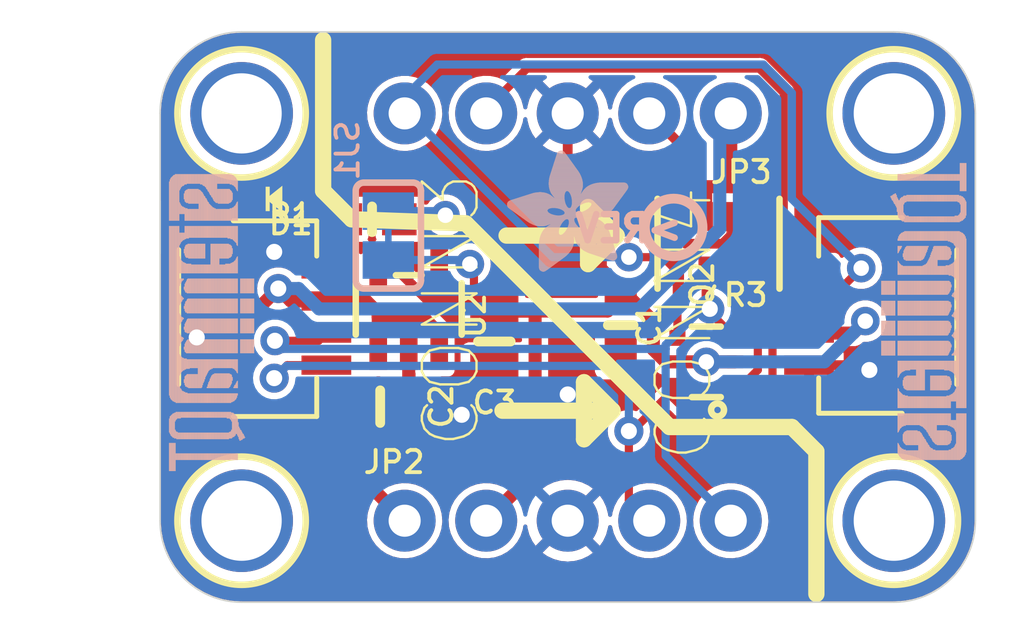
<source format=kicad_pcb>
(kicad_pcb (version 20211014) (generator pcbnew)
  (layers (0 "F.Cu" signal) (31 "B.Cu" signal) (34 "B.Paste" user) (35 "F.Paste" user) (36 "B.SilkS" user "B.Silkscreen") (37 "F.SilkS" user "F.Silkscreen") (38 "B.Mask" user) (39 "F.Mask" user) (44 "Edge.Cuts" user))
  (net 0 "")
  (net 1 "GND")
  (net 2 "SDA")
  (net 3 "SCL")
  (net 4 "SCL_3V")
  (net 5 "SDA_3V")
  (net 6 "3.3V")
  (net 7 "VCC")
  (net 8 "N$1")
  (net 9 "N$2")
  (footprint "eagleBoard:PLABEL10" (layer "F.Cu") (at 142.7861 96.8756 180)
    (fp_text reference "PLABEL10" hide)
    (fp_text value "" hide)
  )
  (footprint "eagleBoard:PLABEL4" (layer "F.Cu") (at 154.4701 113.0046)
    (fp_text reference "PLABEL4" hide)
    (fp_text value "" hide)
  )
  (footprint "eagleBoard:PLABEL5" (layer "F.Cu") (at 136.0551 101.4476)
    (fp_text reference "PLABEL5" hide)
    (fp_text value "" hide)
  )
  (footprint "eagleBoard:MOUNTINGHOLE_2.5_PLATED" (layer "F.Cu") (at 138.3411 98.6536)
    (fp_text reference "U$1" hide)
    (fp_text value "MOUNTINGHOLE2.5" hide)
    (pad "P$1" thru_hole circle (at 0 0) (size 3.2 3.2) (drill 2.5) (layers *.Cu *.Mask))
    (zone (net 0) (net_name "") (layer "F.Cu") (connect_pads (clearance 0)) (min_thickness 0.254)
      (keepout (tracks not_allowed) (vias not_allowed) (pads not_allowed) (copperpour not_allowed) (footprints allowed))
      (fill (thermal_gap 0.508) (thermal_bridge_width 0.508))
      (polygon (pts (xy 140.3571 98.6536) (xy 140.326472 98.303525) (xy 140.23552 97.964087) (xy 140.087007 97.6456) (xy 139.885446 97.35774) (xy 139.63696 97.109254) (xy 139.3491 96.907693) (xy 139.030613 96.75918) (xy 138.691175 96.668228) (xy 138.3411 96.6376) (xy 137.991025 96.668228) (xy 137.651587 96.75918) (xy 137.3331 96.907693) (xy 137.04524 97.109254) (xy 136.796754 97.35774) (xy 136.595193 97.6456) (xy 136.44668 97.964087) (xy 136.355728 98.303525) (xy 136.3251 98.6536) (xy 136.355728 99.003675) (xy 136.44668 99.343113) (xy 136.595193 99.6616) (xy 136.796754 99.94946) (xy 137.04524 100.197946) (xy 137.3331 100.399507) (xy 137.651587 100.54802) (xy 137.991025 100.638972) (xy 138.3411 100.6696) (xy 138.691175 100.638972) (xy 139.030613 100.54802) (xy 139.3491 100.399507) (xy 139.63696 100.197946) (xy 139.885446 99.94946) (xy 140.087007 99.6616) (xy 140.23552 99.343113) (xy 140.326472 99.003675)))
      (polygon (pts (xy 138.3251 98.6536) (xy 138.325343 98.656378) (xy 138.326065 98.659072) (xy 138.327244 98.6616) (xy 138.328843 98.663885) (xy 138.330815 98.665857) (xy 138.3331 98.667456) (xy 138.335628 98.668635) (xy 138.338322 98.669357) (xy 138.3411 98.6696) (xy 138.343878 98.669357) (xy 138.346572 98.668635) (xy 138.3491 98.667456) (xy 138.351385 98.665857) (xy 138.353357 98.663885) (xy 138.354956 98.6616) (xy 138.356135 98.659072) (xy 138.356857 98.656378) (xy 138.3571 98.6536) (xy 138.356857 98.650822) (xy 138.356135 98.648128) (xy 138.354956 98.6456) (xy 138.353357 98.643315) (xy 138.351385 98.641343) (xy 138.3491 98.639744) (xy 138.346572 98.638565) (xy 138.343878 98.637843) (xy 138.3411 98.6376) (xy 138.338322 98.637843) (xy 138.335628 98.638565) (xy 138.3331 98.639744) (xy 138.330815 98.641343) (xy 138.328843 98.643315) (xy 138.327244 98.6456) (xy 138.326065 98.648128) (xy 138.325343 98.650822)))
    )
    (zone (net 0) (net_name "") (layer "B.Cu") (connect_pads (clearance 0)) (min_thickness 0.254)
      (keepout (tracks not_allowed) (vias not_allowed) (pads not_allowed) (copperpour not_allowed) (footprints allowed))
      (fill (thermal_gap 0.508) (thermal_bridge_width 0.508))
      (polygon (pts (xy 140.3571 98.6536) (xy 140.326472 98.303525) (xy 140.23552 97.964087) (xy 140.087007 97.6456) (xy 139.885446 97.35774) (xy 139.63696 97.109254) (xy 139.3491 96.907693) (xy 139.030613 96.75918) (xy 138.691175 96.668228) (xy 138.3411 96.6376) (xy 137.991025 96.668228) (xy 137.651587 96.75918) (xy 137.3331 96.907693) (xy 137.04524 97.109254) (xy 136.796754 97.35774) (xy 136.595193 97.6456) (xy 136.44668 97.964087) (xy 136.355728 98.303525) (xy 136.3251 98.6536) (xy 136.355728 99.003675) (xy 136.44668 99.343113) (xy 136.595193 99.6616) (xy 136.796754 99.94946) (xy 137.04524 100.197946) (xy 137.3331 100.399507) (xy 137.651587 100.54802) (xy 137.991025 100.638972) (xy 138.3411 100.6696) (xy 138.691175 100.638972) (xy 139.030613 100.54802) (xy 139.3491 100.399507) (xy 139.63696 100.197946) (xy 139.885446 99.94946) (xy 140.087007 99.6616) (xy 140.23552 99.343113) (xy 140.326472 99.003675)))
      (polygon (pts (xy 138.3251 98.6536) (xy 138.325343 98.656378) (xy 138.326065 98.659072) (xy 138.327244 98.6616) (xy 138.328843 98.663885) (xy 138.330815 98.665857) (xy 138.3331 98.667456) (xy 138.335628 98.668635) (xy 138.338322 98.669357) (xy 138.3411 98.6696) (xy 138.343878 98.669357) (xy 138.346572 98.668635) (xy 138.3491 98.667456) (xy 138.351385 98.665857) (xy 138.353357 98.663885) (xy 138.354956 98.6616) (xy 138.356135 98.659072) (xy 138.356857 98.656378) (xy 138.3571 98.6536) (xy 138.356857 98.650822) (xy 138.356135 98.648128) (xy 138.354956 98.6456) (xy 138.353357 98.643315) (xy 138.351385 98.641343) (xy 138.3491 98.639744) (xy 138.346572 98.638565) (xy 138.343878 98.637843) (xy 138.3411 98.6376) (xy 138.338322 98.637843) (xy 138.335628 98.638565) (xy 138.3331 98.639744) (xy 138.330815 98.641343) (xy 138.328843 98.643315) (xy 138.327244 98.6456) (xy 138.326065 98.648128) (xy 138.325343 98.650822)))
    )
  )
  (footprint "eagleBoard:0603-NO" (layer "F.Cu") (at 142.4051 101.9556 180)
    (fp_text reference "R1" (at 1.778 0.127) (layer "F.SilkS") (effects (font (size 0.692831 0.692831) (thickness 0.119969)) (justify right)))
    (fp_text value "10K")
    (pad "1" smd rect (at -0.85 0 180) (size 1.075 1) (layers "F.Cu" "F.Paste" "F.Mask") (net 9 "N$2"))
    (pad "2" smd rect (at 0.85 0 180) (size 1.075 1) (layers "F.Cu" "F.Paste" "F.Mask") (net 8 "N$1"))
  )
  (footprint "eagleBoard:PLABEL7" (layer "F.Cu") (at 151.0411 96.8756 180)
    (fp_text reference "PLABEL7" hide)
    (fp_text value "" hide)
  )
  (footprint "eagleBoard:0603-NO" (layer "F.Cu") (at 150.1521 105.2576 -90)
    (fp_text reference "C1" (at -0.762 -0.889 90) (layer "F.SilkS") (effects (font (size 0.692831 0.692831) (thickness 0.119969)) (justify right)))
    (fp_text value "0.1uF")
    (pad "1" smd rect (at -0.85 0 270) (size 1.075 1) (layers "F.Cu" "F.Paste" "F.Mask") (net 6 "3.3V"))
    (pad "2" smd rect (at 0.85 0 270) (size 1.075 1) (layers "F.Cu" "F.Paste" "F.Mask") (net 1 "GND"))
  )
  (footprint "eagleBoard:MOUNTINGHOLE_2.5_PLATED" (layer "F.Cu") (at 158.6611 111.3536)
    (fp_text reference "U$21" hide)
    (fp_text value "MOUNTINGHOLE2.5" hide)
    (pad "P$1" thru_hole circle (at 0 0) (size 3.2 3.2) (drill 2.5) (layers *.Cu *.Mask))
    (zone (net 0) (net_name "") (layer "F.Cu") (connect_pads (clearance 0)) (min_thickness 0.254)
      (keepout (tracks not_allowed) (vias not_allowed) (pads not_allowed) (copperpour not_allowed) (footprints allowed))
      (fill (thermal_gap 0.508) (thermal_bridge_width 0.508))
      (polygon (pts (xy 160.6771 111.3536) (xy 160.646472 111.003525) (xy 160.55552 110.664087) (xy 160.407007 110.3456) (xy 160.205446 110.05774) (xy 159.95696 109.809254) (xy 159.6691 109.607693) (xy 159.350613 109.45918) (xy 159.011175 109.368228) (xy 158.6611 109.3376) (xy 158.311025 109.368228) (xy 157.971587 109.45918) (xy 157.6531 109.607693) (xy 157.36524 109.809254) (xy 157.116754 110.05774) (xy 156.915193 110.3456) (xy 156.76668 110.664087) (xy 156.675728 111.003525) (xy 156.6451 111.3536) (xy 156.675728 111.703675) (xy 156.76668 112.043113) (xy 156.915193 112.3616) (xy 157.116754 112.64946) (xy 157.36524 112.897946) (xy 157.6531 113.099507) (xy 157.971587 113.24802) (xy 158.311025 113.338972) (xy 158.6611 113.3696) (xy 159.011175 113.338972) (xy 159.350613 113.24802) (xy 159.6691 113.099507) (xy 159.95696 112.897946) (xy 160.205446 112.64946) (xy 160.407007 112.3616) (xy 160.55552 112.043113) (xy 160.646472 111.703675)))
      (polygon (pts (xy 158.6451 111.3536) (xy 158.645343 111.356378) (xy 158.646065 111.359072) (xy 158.647244 111.3616) (xy 158.648843 111.363885) (xy 158.650815 111.365857) (xy 158.6531 111.367456) (xy 158.655628 111.368635) (xy 158.658322 111.369357) (xy 158.6611 111.3696) (xy 158.663878 111.369357) (xy 158.666572 111.368635) (xy 158.6691 111.367456) (xy 158.671385 111.365857) (xy 158.673357 111.363885) (xy 158.674956 111.3616) (xy 158.676135 111.359072) (xy 158.676857 111.356378) (xy 158.6771 111.3536) (xy 158.676857 111.350822) (xy 158.676135 111.348128) (xy 158.674956 111.3456) (xy 158.673357 111.343315) (xy 158.671385 111.341343) (xy 158.6691 111.339744) (xy 158.666572 111.338565) (xy 158.663878 111.337843) (xy 158.6611 111.3376) (xy 158.658322 111.337843) (xy 158.655628 111.338565) (xy 158.6531 111.339744) (xy 158.650815 111.341343) (xy 158.648843 111.343315) (xy 158.647244 111.3456) (xy 158.646065 111.348128) (xy 158.645343 111.350822)))
    )
    (zone (net 0) (net_name "") (layer "B.Cu") (connect_pads (clearance 0)) (min_thickness 0.254)
      (keepout (tracks not_allowed) (vias not_allowed) (pads not_allowed) (copperpour not_allowed) (footprints allowed))
      (fill (thermal_gap 0.508) (thermal_bridge_width 0.508))
      (polygon (pts (xy 160.6771 111.3536) (xy 160.646472 111.003525) (xy 160.55552 110.664087) (xy 160.407007 110.3456) (xy 160.205446 110.05774) (xy 159.95696 109.809254) (xy 159.6691 109.607693) (xy 159.350613 109.45918) (xy 159.011175 109.368228) (xy 158.6611 109.3376) (xy 158.311025 109.368228) (xy 157.971587 109.45918) (xy 157.6531 109.607693) (xy 157.36524 109.809254) (xy 157.116754 110.05774) (xy 156.915193 110.3456) (xy 156.76668 110.664087) (xy 156.675728 111.003525) (xy 156.6451 111.3536) (xy 156.675728 111.703675) (xy 156.76668 112.043113) (xy 156.915193 112.3616) (xy 157.116754 112.64946) (xy 157.36524 112.897946) (xy 157.6531 113.099507) (xy 157.971587 113.24802) (xy 158.311025 113.338972) (xy 158.6611 113.3696) (xy 159.011175 113.338972) (xy 159.350613 113.24802) (xy 159.6691 113.099507) (xy 159.95696 112.897946) (xy 160.205446 112.64946) (xy 160.407007 112.3616) (xy 160.55552 112.043113) (xy 160.646472 111.703675)))
      (polygon (pts (xy 158.6451 111.3536) (xy 158.645343 111.356378) (xy 158.646065 111.359072) (xy 158.647244 111.3616) (xy 158.648843 111.363885) (xy 158.650815 111.365857) (xy 158.6531 111.367456) (xy 158.655628 111.368635) (xy 158.658322 111.369357) (xy 158.6611 111.3696) (xy 158.663878 111.369357) (xy 158.666572 111.368635) (xy 158.6691 111.367456) (xy 158.671385 111.365857) (xy 158.673357 111.363885) (xy 158.674956 111.3616) (xy 158.676135 111.359072) (xy 158.676857 111.356378) (xy 158.6771 111.3536) (xy 158.676857 111.350822) (xy 158.676135 111.348128) (xy 158.674956 111.3456) (xy 158.673357 111.343315) (xy 158.671385 111.341343) (xy 158.6691 111.339744) (xy 158.666572 111.338565) (xy 158.663878 111.337843) (xy 158.6611 111.3376) (xy 158.658322 111.337843) (xy 158.655628 111.338565) (xy 158.6531 111.339744) (xy 158.650815 111.341343) (xy 158.648843 111.343315) (xy 158.647244 111.3456) (xy 158.646065 111.348128) (xy 158.645343 111.350822)))
    )
  )
  (footprint "eagleBoard:MOUNTINGHOLE_2.5_PLATED" (layer "F.Cu") (at 138.3411 111.3536)
    (fp_text reference "U$19" hide)
    (fp_text value "MOUNTINGHOLE2.5" hide)
    (pad "P$1" thru_hole circle (at 0 0) (size 3.2 3.2) (drill 2.5) (layers *.Cu *.Mask))
    (zone (net 0) (net_name "") (layer "F.Cu") (connect_pads (clearance 0)) (min_thickness 0.254)
      (keepout (tracks not_allowed) (vias not_allowed) (pads not_allowed) (copperpour not_allowed) (footprints allowed))
      (fill (thermal_gap 0.508) (thermal_bridge_width 0.508))
      (polygon (pts (xy 140.3571 111.3536) (xy 140.326472 111.003525) (xy 140.23552 110.664087) (xy 140.087007 110.3456) (xy 139.885446 110.05774) (xy 139.63696 109.809254) (xy 139.3491 109.607693) (xy 139.030613 109.45918) (xy 138.691175 109.368228) (xy 138.3411 109.3376) (xy 137.991025 109.368228) (xy 137.651587 109.45918) (xy 137.3331 109.607693) (xy 137.04524 109.809254) (xy 136.796754 110.05774) (xy 136.595193 110.3456) (xy 136.44668 110.664087) (xy 136.355728 111.003525) (xy 136.3251 111.3536) (xy 136.355728 111.703675) (xy 136.44668 112.043113) (xy 136.595193 112.3616) (xy 136.796754 112.64946) (xy 137.04524 112.897946) (xy 137.3331 113.099507) (xy 137.651587 113.24802) (xy 137.991025 113.338972) (xy 138.3411 113.3696) (xy 138.691175 113.338972) (xy 139.030613 113.24802) (xy 139.3491 113.099507) (xy 139.63696 112.897946) (xy 139.885446 112.64946) (xy 140.087007 112.3616) (xy 140.23552 112.043113) (xy 140.326472 111.703675)))
      (polygon (pts (xy 138.3251 111.3536) (xy 138.325343 111.356378) (xy 138.326065 111.359072) (xy 138.327244 111.3616) (xy 138.328843 111.363885) (xy 138.330815 111.365857) (xy 138.3331 111.367456) (xy 138.335628 111.368635) (xy 138.338322 111.369357) (xy 138.3411 111.3696) (xy 138.343878 111.369357) (xy 138.346572 111.368635) (xy 138.3491 111.367456) (xy 138.351385 111.365857) (xy 138.353357 111.363885) (xy 138.354956 111.3616) (xy 138.356135 111.359072) (xy 138.356857 111.356378) (xy 138.3571 111.3536) (xy 138.356857 111.350822) (xy 138.356135 111.348128) (xy 138.354956 111.3456) (xy 138.353357 111.343315) (xy 138.351385 111.341343) (xy 138.3491 111.339744) (xy 138.346572 111.338565) (xy 138.343878 111.337843) (xy 138.3411 111.3376) (xy 138.338322 111.337843) (xy 138.335628 111.338565) (xy 138.3331 111.339744) (xy 138.330815 111.341343) (xy 138.328843 111.343315) (xy 138.327244 111.3456) (xy 138.326065 111.348128) (xy 138.325343 111.350822)))
    )
    (zone (net 0) (net_name "") (layer "B.Cu") (connect_pads (clearance 0)) (min_thickness 0.254)
      (keepout (tracks not_allowed) (vias not_allowed) (pads not_allowed) (copperpour not_allowed) (footprints allowed))
      (fill (thermal_gap 0.508) (thermal_bridge_width 0.508))
      (polygon (pts (xy 140.3571 111.3536) (xy 140.326472 111.003525) (xy 140.23552 110.664087) (xy 140.087007 110.3456) (xy 139.885446 110.05774) (xy 139.63696 109.809254) (xy 139.3491 109.607693) (xy 139.030613 109.45918) (xy 138.691175 109.368228) (xy 138.3411 109.3376) (xy 137.991025 109.368228) (xy 137.651587 109.45918) (xy 137.3331 109.607693) (xy 137.04524 109.809254) (xy 136.796754 110.05774) (xy 136.595193 110.3456) (xy 136.44668 110.664087) (xy 136.355728 111.003525) (xy 136.3251 111.3536) (xy 136.355728 111.703675) (xy 136.44668 112.043113) (xy 136.595193 112.3616) (xy 136.796754 112.64946) (xy 137.04524 112.897946) (xy 137.3331 113.099507) (xy 137.651587 113.24802) (xy 137.991025 113.338972) (xy 138.3411 113.3696) (xy 138.691175 113.338972) (xy 139.030613 113.24802) (xy 139.3491 113.099507) (xy 139.63696 112.897946) (xy 139.885446 112.64946) (xy 140.087007 112.3616) (xy 140.23552 112.043113) (xy 140.326472 111.703675)))
      (polygon (pts (xy 138.3251 111.3536) (xy 138.325343 111.356378) (xy 138.326065 111.359072) (xy 138.327244 111.3616) (xy 138.328843 111.363885) (xy 138.330815 111.365857) (xy 138.3331 111.367456) (xy 138.335628 111.368635) (xy 138.338322 111.369357) (xy 138.3411 111.3696) (xy 138.343878 111.369357) (xy 138.346572 111.368635) (xy 138.3491 111.367456) (xy 138.351385 111.365857) (xy 138.353357 111.363885) (xy 138.354956 111.3616) (xy 138.356135 111.359072) (xy 138.356857 111.356378) (xy 138.3571 111.3536) (xy 138.356857 111.350822) (xy 138.356135 111.348128) (xy 138.354956 111.3456) (xy 138.353357 111.343315) (xy 138.351385 111.341343) (xy 138.3491 111.339744) (xy 138.346572 111.338565) (xy 138.343878 111.337843) (xy 138.3411 111.3376) (xy 138.338322 111.337843) (xy 138.335628 111.338565) (xy 138.3331 111.339744) (xy 138.330815 111.341343) (xy 138.328843 111.343315) (xy 138.327244 111.3456) (xy 138.326065 111.348128) (xy 138.325343 111.350822)))
    )
  )
  (footprint "eagleBoard:0805-NO" (layer "F.Cu") (at 146.2151 105.7656 -90)
    (fp_text reference "C3" (at 1.905 -0.762) (layer "F.SilkS") (effects (font (size 0.692831 0.692831) (thickness 0.119969)) (justify right)))
    (fp_text value "10uF")
    (pad "1" smd rect (at -0.95 0 270) (size 1.24 1.5) (layers "F.Cu" "F.Paste" "F.Mask") (net 6 "3.3V"))
    (pad "2" smd rect (at 0.95 0 270) (size 1.24 1.5) (layers "F.Cu" "F.Paste" "F.Mask") (net 1 "GND"))
  )
  (footprint "eagleBoard:PLABEL2" (layer "F.Cu") (at 148.6281 113.0046)
    (fp_text reference "PLABEL2" hide)
    (fp_text value "" hide)
  )
  (footprint "eagleBoard:RESPACK_4X0603" (layer "F.Cu") (at 153.2001 102.7176 180)
    (fp_text reference "R3" (at -1.6 -1.6) (layer "F.SilkS") (effects (font (size 0.692831 0.692831) (thickness 0.119969)) (justify right)))
    (fp_text value "10K Pack")
    (pad "1" smd rect (at -1.3 0.85 180) (size 0.45 0.9) (layers "F.Cu" "F.Paste" "F.Mask") (net 7 "VCC"))
    (pad "2" smd rect (at -0.4 0.85 180) (size 0.45 0.9) (layers "F.Cu" "F.Paste" "F.Mask") (net 6 "3.3V"))
    (pad "3" smd rect (at 0.4 0.85 180) (size 0.45 0.9) (layers "F.Cu" "F.Paste" "F.Mask") (net 7 "VCC"))
    (pad "4" smd rect (at 1.3 0.85 180) (size 0.45 0.9) (layers "F.Cu" "F.Paste" "F.Mask") (net 6 "3.3V"))
    (pad "5" smd rect (at 1.3 -0.85 180) (size 0.45 0.9) (layers "F.Cu" "F.Paste" "F.Mask") (net 5 "SDA_3V"))
    (pad "6" smd rect (at 0.4 -0.85 180) (size 0.45 0.9) (layers "F.Cu" "F.Paste" "F.Mask") (net 2 "SDA"))
    (pad "7" smd rect (at -0.4 -0.85 180) (size 0.45 0.9) (layers "F.Cu" "F.Paste" "F.Mask") (net 4 "SCL_3V"))
    (pad "8" smd rect (at -1.3 -0.85 180) (size 0.45 0.9) (layers "F.Cu" "F.Paste" "F.Mask") (net 3 "SCL"))
  )
  (footprint "eagleBoard:FIDUCIAL_1MM" (layer "F.Cu") (at 159.8041 105.7656)
    (fp_text reference "FID3" hide)
    (fp_text value "FIDUCIAL_1MM" hide)
    (pad "1" smd roundrect (at 0 0) (size 1 1) (layers "F.Cu" "F.Mask") (roundrect_rratio 0.5))
  )
  (footprint "eagleBoard:PLABEL6" (layer "F.Cu") (at 153.9621 96.8756 180)
    (fp_text reference "PLABEL6" hide)
    (fp_text value "" hide)
  )
  (footprint "eagleBoard:JST_SH4" (layer "F.Cu") (at 138.9761 105.0036 -90)
    (fp_text reference "CONN3" (at -4.6 -5.9 90) (layer "F.SilkS") (effects (font (size 1.703222 1.703222) (thickness 0.074778)) (justify right)))
    (fp_text value "STEMMA_I2C_QT" hide)
    (pad "1" smd rect (at -1.5 -2.006) (size 1.55 0.6) (layers "F.Cu" "F.Paste" "F.Mask") (net 1 "GND"))
    (pad "2" smd rect (at -0.5 -2.006) (size 1.55 0.6) (layers "F.Cu" "F.Paste" "F.Mask") (net 7 "VCC"))
    (pad "3" smd rect (at 0.5 -2.006) (size 1.55 0.6) (layers "F.Cu" "F.Paste" "F.Mask") (net 2 "SDA"))
    (pad "4" smd rect (at 1.5 -2.006) (size 1.55 0.6) (layers "F.Cu" "F.Paste" "F.Mask") (net 3 "SCL"))
    (pad "MT1" smd rect (at -2.8 1.894) (size 1.8 1.2) (layers "F.Cu" "F.Paste" "F.Mask") (net 1 "GND"))
    (pad "MT2" smd rect (at 2.8 1.894) (size 1.8 1.2) (layers "F.Cu" "F.Paste" "F.Mask") (net 1 "GND"))
  )
  (footprint "eagleBoard:1X05_ROUND_76" (layer "F.Cu") (at 148.5011 111.3536)
    (fp_text reference "JP2" (at -6.4262 -1.8288) (layer "F.SilkS") (effects (font (size 0.692831 0.692831) (thickness 0.119969)) (justify left)))
    (fp_text value "")
    (pad "1" thru_hole circle (at -5.08 0 90) (size 1.9304 1.9304) (drill 1) (layers *.Cu *.Mask) (net 7 "VCC"))
    (pad "2" thru_hole circle (at -2.54 0 90) (size 1.9304 1.9304) (drill 1) (layers *.Cu *.Mask) (net 6 "3.3V"))
    (pad "3" thru_hole circle (at 0 0 90) (size 1.9304 1.9304) (drill 1) (layers *.Cu *.Mask) (net 1 "GND"))
    (pad "4" thru_hole circle (at 2.54 0 90) (size 1.9304 1.9304) (drill 1) (layers *.Cu *.Mask) (net 3 "SCL"))
    (pad "5" thru_hole circle (at 5.08 0 90) (size 1.9304 1.9304) (drill 1) (layers *.Cu *.Mask) (net 2 "SDA"))
  )
  (footprint "eagleBoard:0805-NO" (layer "F.Cu") (at 142.6591 107.7976)
    (fp_text reference "C2" (at 1.905 -0.762 90) (layer "F.SilkS") (effects (font (size 0.692831 0.692831) (thickness 0.119969)) (justify right)))
    (fp_text value "10uF")
    (pad "1" smd rect (at -0.95 0) (size 1.24 1.5) (layers "F.Cu" "F.Paste" "F.Mask") (net 7 "VCC"))
    (pad "2" smd rect (at 0.95 0) (size 1.24 1.5) (layers "F.Cu" "F.Paste" "F.Mask") (net 1 "GND"))
  )
  (footprint "eagleBoard:1X05_ROUND_76" (layer "F.Cu") (at 148.5011 98.6536 180)
    (fp_text reference "JP3" (at -6.4262 -1.8288) (layer "F.SilkS") (effects (font (size 0.692831 0.692831) (thickness 0.119969)) (justify right)))
    (fp_text value "")
    (pad "1" thru_hole circle (at -5.08 0 270) (size 1.9304 1.9304) (drill 1) (layers *.Cu *.Mask) (net 7 "VCC"))
    (pad "2" thru_hole circle (at -2.54 0 270) (size 1.9304 1.9304) (drill 1) (layers *.Cu *.Mask) (net 6 "3.3V"))
    (pad "3" thru_hole circle (at 0 0 270) (size 1.9304 1.9304) (drill 1) (layers *.Cu *.Mask) (net 1 "GND"))
    (pad "4" thru_hole circle (at 2.54 0 270) (size 1.9304 1.9304) (drill 1) (layers *.Cu *.Mask) (net 4 "SCL_3V"))
    (pad "5" thru_hole circle (at 5.08 0 270) (size 1.9304 1.9304) (drill 1) (layers *.Cu *.Mask) (net 5 "SDA_3V"))
  )
  (footprint "eagleBoard:PLABEL0" (layer "F.Cu") (at 142.9131 113.0046)
    (fp_text reference "PLABEL0" hide)
    (fp_text value "" hide)
  )
  (footprint "eagleBoard:PLABEL11" (layer "F.Cu") (at 148.5011 109.4486)
    (fp_text reference "PLABEL11" hide)
    (fp_text value "" hide)
  )
  (footprint "eagleBoard:FIDUCIAL_1MM" (layer "F.Cu") (at 137.7061 104.1146)
    (fp_text reference "FID4" hide)
    (fp_text value "FIDUCIAL_1MM" hide)
    (pad "1" smd roundrect (at 0 0) (size 1 1) (layers "F.Cu" "F.Mask") (roundrect_rratio 0.5))
  )
  (footprint "eagleBoard:SOT363" (layer "F.Cu") (at 152.8191 106.4006 90)
    (fp_text reference "Q2" (at 1.651 -0.127 90) (layer "F.SilkS") (effects (font (size 0.692831 0.692831) (thickness 0.119969)) (justify left)))
    (fp_text value "BSS138")
    (pad "1" smd rect (at -0.75 0.9 90) (size 0.5 0.5) (layers "F.Cu" "F.Paste" "F.Mask") (net 4 "SCL_3V"))
    (pad "2" smd rect (at 0 0.9 90) (size 0.4 0.5) (layers "F.Cu" "F.Paste" "F.Mask") (net 6 "3.3V"))
    (pad "3" smd rect (at 0.75 0.9 90) (size 0.5 0.5) (layers "F.Cu" "F.Paste" "F.Mask") (net 2 "SDA"))
    (pad "4" smd rect (at 0.75 -0.9 90) (size 0.5 0.5) (layers "F.Cu" "F.Paste" "F.Mask") (net 5 "SDA_3V"))
    (pad "5" smd rect (at 0 -0.9 90) (size 0.4 0.5) (layers "F.Cu" "F.Paste" "F.Mask") (net 6 "3.3V"))
    (pad "6" smd rect (at -0.75 -0.9 90) (size 0.5 0.5) (layers "F.Cu" "F.Paste" "F.Mask") (net 3 "SCL"))
  )
  (footprint "eagleBoard:CHIPLED_0603_NOOUTLINE" (layer "F.Cu") (at 139.3571 101.3206 90)
    (fp_text reference "D1" (at -0.762 1.27) (layer "F.SilkS") (effects (font (size 0.692831 0.692831) (thickness 0.119969)) (justify right)))
    (fp_text value "GREEN")
    (pad "A" smd rect (at 0 0.75 90) (size 0.8 0.8) (layers "F.Cu" "F.Paste" "F.Mask") (net 8 "N$1"))
    (pad "C" smd rect (at 0 -0.75 90) (size 0.8 0.8) (layers "F.Cu" "F.Paste" "F.Mask") (net 1 "GND"))
  )
  (footprint "eagleBoard:PLABEL9" (layer "F.Cu") (at 145.8341 96.8756 180)
    (fp_text reference "PLABEL9" hide)
    (fp_text value "" hide)
  )
  (footprint "eagleBoard:JST_SH4" (layer "F.Cu") (at 158.0261 105.0036 90)
    (fp_text reference "CONN4" (at -4.6 -5.9 90) (layer "F.SilkS") (effects (font (size 1.703222 1.703222) (thickness 0.074778)) (justify left)))
    (fp_text value "STEMMA_I2C_QT" hide)
    (pad "1" smd rect (at -1.5 -2.006 180) (size 1.55 0.6) (layers "F.Cu" "F.Paste" "F.Mask") (net 1 "GND"))
    (pad "2" smd rect (at -0.5 -2.006 180) (size 1.55 0.6) (layers "F.Cu" "F.Paste" "F.Mask") (net 6 "3.3V"))
    (pad "3" smd rect (at 0.5 -2.006 180) (size 1.55 0.6) (layers "F.Cu" "F.Paste" "F.Mask") (net 5 "SDA_3V"))
    (pad "4" smd rect (at 1.5 -2.006 180) (size 1.55 0.6) (layers "F.Cu" "F.Paste" "F.Mask") (net 4 "SCL_3V"))
    (pad "MT1" smd rect (at -2.8 1.894 180) (size 1.8 1.2) (layers "F.Cu" "F.Paste" "F.Mask") (net 1 "GND"))
    (pad "MT2" smd rect (at 2.8 1.894 180) (size 1.8 1.2) (layers "F.Cu" "F.Paste" "F.Mask") (net 1 "GND"))
  )
  (footprint "eagleBoard:MOUNTINGHOLE_2.5_PLATED" (layer "F.Cu") (at 158.6611 98.6536)
    (fp_text reference "U$17" hide)
    (fp_text value "MOUNTINGHOLE2.5" hide)
    (pad "P$1" thru_hole circle (at 0 0) (size 3.2 3.2) (drill 2.5) (layers *.Cu *.Mask))
    (zone (net 0) (net_name "") (layer "F.Cu") (connect_pads (clearance 0)) (min_thickness 0.254)
      (keepout (tracks not_allowed) (vias not_allowed) (pads not_allowed) (copperpour not_allowed) (footprints allowed))
      (fill (thermal_gap 0.508) (thermal_bridge_width 0.508))
      (polygon (pts (xy 160.6771 98.6536) (xy 160.646472 98.303525) (xy 160.55552 97.964087) (xy 160.407007 97.6456) (xy 160.205446 97.35774) (xy 159.95696 97.109254) (xy 159.6691 96.907693) (xy 159.350613 96.75918) (xy 159.011175 96.668228) (xy 158.6611 96.6376) (xy 158.311025 96.668228) (xy 157.971587 96.75918) (xy 157.6531 96.907693) (xy 157.36524 97.109254) (xy 157.116754 97.35774) (xy 156.915193 97.6456) (xy 156.76668 97.964087) (xy 156.675728 98.303525) (xy 156.6451 98.6536) (xy 156.675728 99.003675) (xy 156.76668 99.343113) (xy 156.915193 99.6616) (xy 157.116754 99.94946) (xy 157.36524 100.197946) (xy 157.6531 100.399507) (xy 157.971587 100.54802) (xy 158.311025 100.638972) (xy 158.6611 100.6696) (xy 159.011175 100.638972) (xy 159.350613 100.54802) (xy 159.6691 100.399507) (xy 159.95696 100.197946) (xy 160.205446 99.94946) (xy 160.407007 99.6616) (xy 160.55552 99.343113) (xy 160.646472 99.003675)))
      (polygon (pts (xy 158.6451 98.6536) (xy 158.645343 98.656378) (xy 158.646065 98.659072) (xy 158.647244 98.6616) (xy 158.648843 98.663885) (xy 158.650815 98.665857) (xy 158.6531 98.667456) (xy 158.655628 98.668635) (xy 158.658322 98.669357) (xy 158.6611 98.6696) (xy 158.663878 98.669357) (xy 158.666572 98.668635) (xy 158.6691 98.667456) (xy 158.671385 98.665857) (xy 158.673357 98.663885) (xy 158.674956 98.6616) (xy 158.676135 98.659072) (xy 158.676857 98.656378) (xy 158.6771 98.6536) (xy 158.676857 98.650822) (xy 158.676135 98.648128) (xy 158.674956 98.6456) (xy 158.673357 98.643315) (xy 158.671385 98.641343) (xy 158.6691 98.639744) (xy 158.666572 98.638565) (xy 158.663878 98.637843) (xy 158.6611 98.6376) (xy 158.658322 98.637843) (xy 158.655628 98.638565) (xy 158.6531 98.639744) (xy 158.650815 98.641343) (xy 158.648843 98.643315) (xy 158.647244 98.6456) (xy 158.646065 98.648128) (xy 158.645343 98.650822)))
    )
    (zone (net 0) (net_name "") (layer "B.Cu") (connect_pads (clearance 0)) (min_thickness 0.254)
      (keepout (tracks not_allowed) (vias not_allowed) (pads not_allowed) (copperpour not_allowed) (footprints allowed))
      (fill (thermal_gap 0.508) (thermal_bridge_width 0.508))
      (polygon (pts (xy 160.6771 98.6536) (xy 160.646472 98.303525) (xy 160.55552 97.964087) (xy 160.407007 97.6456) (xy 160.205446 97.35774) (xy 159.95696 97.109254) (xy 159.6691 96.907693) (xy 159.350613 96.75918) (xy 159.011175 96.668228) (xy 158.6611 96.6376) (xy 158.311025 96.668228) (xy 157.971587 96.75918) (xy 157.6531 96.907693) (xy 157.36524 97.109254) (xy 157.116754 97.35774) (xy 156.915193 97.6456) (xy 156.76668 97.964087) (xy 156.675728 98.303525) (xy 156.6451 98.6536) (xy 156.675728 99.003675) (xy 156.76668 99.343113) (xy 156.915193 99.6616) (xy 157.116754 99.94946) (xy 157.36524 100.197946) (xy 157.6531 100.399507) (xy 157.971587 100.54802) (xy 158.311025 100.638972) (xy 158.6611 100.6696) (xy 159.011175 100.638972) (xy 159.350613 100.54802) (xy 159.6691 100.399507) (xy 159.95696 100.197946) (xy 160.205446 99.94946) (xy 160.407007 99.6616) (xy 160.55552 99.343113) (xy 160.646472 99.003675)))
      (polygon (pts (xy 158.6451 98.6536) (xy 158.645343 98.656378) (xy 158.646065 98.659072) (xy 158.647244 98.6616) (xy 158.648843 98.663885) (xy 158.650815 98.665857) (xy 158.6531 98.667456) (xy 158.655628 98.668635) (xy 158.658322 98.669357) (xy 158.6611 98.6696) (xy 158.663878 98.669357) (xy 158.666572 98.668635) (xy 158.6691 98.667456) (xy 158.671385 98.665857) (xy 158.673357 98.663885) (xy 158.674956 98.6616) (xy 158.676135 98.659072) (xy 158.676857 98.656378) (xy 158.6771 98.6536) (xy 158.676857 98.650822) (xy 158.676135 98.648128) (xy 158.674956 98.6456) (xy 158.673357 98.643315) (xy 158.671385 98.641343) (xy 158.6691 98.639744) (xy 158.666572 98.638565) (xy 158.663878 98.637843) (xy 158.6611 98.6376) (xy 158.658322 98.637843) (xy 158.655628 98.638565) (xy 158.6531 98.639744) (xy 158.650815 98.641343) (xy 158.648843 98.643315) (xy 158.647244 98.6456) (xy 158.646065 98.648128) (xy 158.645343 98.650822)))
    )
  )
  (footprint "eagleBoard:PLABEL8" (layer "F.Cu") (at 148.3741 96.8756 180)
    (fp_text reference "PLABEL8" hide)
    (fp_text value "" hide)
  )
  (footprint "eagleBoard:PLABEL3" (layer "F.Cu") (at 151.4221 113.0046)
    (fp_text reference "PLABEL3" hide)
    (fp_text value "" hide)
  )
  (footprint "eagleBoard:PLABEL1" (layer "F.Cu") (at 145.9611 113.0046)
    (fp_text reference "PLABEL1" hide)
    (fp_text value "" hide)
  )
  (footprint "eagleBoard:PLABEL12" (layer "F.Cu") (at 148.5011 100.5586 180)
    (fp_text reference "PLABEL12" hide)
    (fp_text value "" hide)
  )
  (footprint "eagleBoard:SOT23-5" (layer "F.Cu") (at 143.5481 104.7496)
    (fp_text reference "U2" (at 2.032 -0.562 90) (layer "F.SilkS") (effects (font (size 0.692831 0.692831) (thickness 0.119969)) (justify right)))
    (fp_text value "RT9080/AP2112K-3.3")
    (pad "1" smd rect (at -0.95 1.3001) (size 0.55 1.2) (layers "F.Cu" "F.Paste" "F.Mask") (net 7 "VCC"))
    (pad "2" smd rect (at 0 1.3001) (size 0.55 1.2) (layers "F.Cu" "F.Paste" "F.Mask") (net 1 "GND"))
    (pad "3" smd rect (at 0.95 1.3001) (size 0.55 1.2) (layers "F.Cu" "F.Paste" "F.Mask") (net 7 "VCC"))
    (pad "4" smd rect (at 0.95 -1.3001) (size 0.55 1.2) (layers "F.Cu" "F.Paste" "F.Mask"))
    (pad "5" smd rect (at -0.95 -1.3001) (size 0.55 1.2) (layers "F.Cu" "F.Paste" "F.Mask") (net 6 "3.3V"))
  )
  (footprint "eagleBoard:STEMMAQT" (layer "B.Cu") (at 138.7221 100.5586 -90)
    (fp_text reference "U$31" hide)
    (fp_text value "" hide)
  )
  (footprint "eagleBoard:SOLDERJUMPER_CLOSEDWIRE" (layer "B.Cu") (at 142.9131 102.4636 -90)
    (fp_text reference "SJ1" (at -1.651 1.27 -270) (layer "B.SilkS") (effects (font (size 0.692831 0.692831) (thickness 0.119969)) (justify right mirror)))
    (fp_text value "")
    (pad "1" smd rect (at -0.762 0 270) (size 1.1684 1.6002) (layers "B.Cu") (net 9 "N$2"))
    (pad "2" smd rect (at 0.762 0 270) (size 1.1684 1.6002) (layers "B.Cu") (net 6 "3.3V"))
    (pad "WIRE" smd rect (at 0 0 90) (size 0.635 0.2032) (layers "B.Cu"))
  )
  (footprint "eagleBoard:PLABEL14" (layer "B.Cu") (at 148.5011 107.0356 180)
    (fp_text reference "PLABEL14" hide)
    (fp_text value "" hide)
  )
  (footprint "eagleBoard:PLABEL13" (layer "B.Cu") (at 141.0081 102.4636 90)
    (fp_text reference "PLABEL13" hide)
    (fp_text value "" hide)
  )
  (footprint "eagleBoard:PCBFEAT-REV-040" (layer "B.Cu") (at 151.8031 102.2096 180)
    (fp_text reference "U$25" hide)
    (fp_text value "" hide)
    (fp_text user ">REV" (at -0.3556 -0.508) (layer "B.SilkS") (effects (font (size 0.8128 0.8128) (thickness 0.2032)) (justify left bottom mirror)))
  )
  (footprint "eagleBoard:STEMMAQT" (layer "B.Cu") (at 158.2801 109.4486 90)
    (fp_text reference "U$30" hide)
    (fp_text value "" hide)
  )
  (footprint "eagleBoard:ADAFRUIT_3.5MM" (layer "B.Cu") (at 150.4061 103.6066 180)
    (fp_text reference "U$2" hide)
    (fp_text value "" hide)
  )
  (gr_line (start 149.1361 101.5746) (end 149.1361 103.3526) (layer "F.SilkS") (width 0.508))
  (gr_line (start 150.0251 102.4636) (end 149.1361 101.5746) (layer "F.SilkS") (width 0.508))
  (gr_line (start 141.7701 101.9556) (end 145.3261 102.0826) (layer "F.SilkS") (width 0.508))
  (gr_line (start 149.0091 108.8136) (end 149.8981 107.9246) (layer "F.SilkS") (width 0.508))
  (gr_line (start 145.3261 102.0826) (end 151.6761 108.4326) (layer "F.SilkS") (width 0.508))
  (gr_line (start 149.1361 103.3526) (end 150.0251 102.4636) (layer "F.SilkS") (width 0.508))
  (gr_line (start 155.4861 108.4326) (end 156.2481 109.1946) (layer "F.SilkS") (width 0.508))
  (gr_line (start 149.8981 107.9246) (end 149.0091 107.0356) (layer "F.SilkS") (width 0.508))
  (gr_line (start 140.8811 101.0666) (end 141.7701 101.9556) (layer "F.SilkS") (width 0.508))
  (gr_line (start 151.6761 108.4326) (end 155.4861 108.4326) (layer "F.SilkS") (width 0.508))
  (gr_line (start 156.2481 109.1946) (end 156.2481 113.6396) (layer "F.SilkS") (width 0.508))
  (gr_line (start 149.0091 107.0356) (end 149.0091 108.8136) (layer "F.SilkS") (width 0.508))
  (gr_line (start 146.4691 107.9246) (end 149.8981 107.9246) (layer "F.SilkS") (width 0.508))
  (gr_line (start 140.8811 96.3676) (end 140.8811 101.0666) (layer "F.SilkS") (width 0.508))
  (gr_line (start 146.5961 102.4636) (end 150.0251 102.4636) (layer "F.SilkS") (width 0.508))
  (gr_line (start 135.8011 98.6536) (end 135.8011 111.3536) (layer "Edge.Cuts") (width 0.05))
  (gr_arc (start 161.2011 111.3536) (mid 160.457151 113.149651) (end 158.6611 113.8936) (layer "Edge.Cuts") (width 0.05))
  (gr_arc (start 135.8011 98.6536) (mid 136.545049 96.857549) (end 138.3411 96.1136) (layer "Edge.Cuts") (width 0.05))
  (gr_line (start 161.2011 111.3536) (end 161.2011 98.6536) (layer "Edge.Cuts") (width 0.05))
  (gr_arc (start 158.6611 96.1136) (mid 160.457151 96.857549) (end 161.2011 98.6536) (layer "Edge.Cuts") (width 0.05))
  (gr_line (start 138.3411 113.8936) (end 158.6611 113.8936) (layer "Edge.Cuts") (width 0.05))
  (gr_arc (start 138.3411 113.8936) (mid 136.545049 113.149651) (end 135.8011 111.3536) (layer "Edge.Cuts") (width 0.05))
  (gr_line (start 158.6611 96.1136) (end 138.3411 96.1136) (layer "Edge.Cuts") (width 0.05))
  (segment (start 145.0721 100.6856) (end 148.2471 100.6856) (width 0.3048) (layer "F.Cu") (net 1))
  (segment (start 148.2471 100.6856) (end 148.5011 100.4316) (width 0.3048) (layer "F.Cu") (net 1))
  (segment (start 138.6071 101.3206) (end 139.1057 100.822) (width 0.3048) (layer "F.Cu") (net 1))
  (segment (start 139.239281 100.822) (end 139.74739 100.313891) (width 0.3048) (layer "F.Cu") (net 1))
  (segment (start 139.1057 100.822) (end 139.239281 100.822) (width 0.3048) (layer "F.Cu") (net 1))
  (segment (start 143.5481 106.0497) (end 143.5481 107.7366) (width 0.4064) (layer "F.Cu") (net 1))
  (segment (start 148.5011 100.4316) (end 148.5011 98.6536) (width 0.3048) (layer "F.Cu") (net 1))
  (segment (start 139.74739 100.313891) (end 144.70039 100.313891) (width 0.3048) (layer "F.Cu") (net 1))
  (segment (start 143.6091 107.7976) (end 143.5481 107.7366) (width 0.4064) (layer "F.Cu") (net 1))
  (segment (start 144.70039 100.313891) (end 145.0721 100.6856) (width 0.3048) (layer "F.Cu") (net 1))
  (via (at 157.8991 106.6546) (size 0.9064) (drill 0.5) (layers "F.Cu" "B.Cu") (net 1))
  (via (at 136.9441 105.6386) (size 0.9064) (drill 0.5) (layers "F.Cu" "B.Cu") (net 1))
  (via (at 139.3571 102.9716) (size 0.9064) (drill 0.5) (layers "F.Cu" "B.Cu") (net 1))
  (via (at 148.5011 107.4166) (size 0.9064) (drill 0.5) (layers "F.Cu" "B.Cu") (net 1))
  (via (at 145.1991 108.0516) (size 0.9064) (drill 0.5) (layers "F.Cu" "B.Cu") (net 1))
  (segment (start 140.9821 105.5036) (end 140.742706 105.742994) (width 0.254) (layer "F.Cu") (net 2))
  (segment (start 152.9271 104.5836) (end 152.9271 104.7496) (width 0.254) (layer "F.Cu") (net 2))
  (segment (start 152.8001 103.5676) (end 152.8001 104.4566) (width 0.254) (layer "F.Cu") (net 2))
  (segment (start 153.7191 105.6506) (end 152.9271 104.8586) (width 0.254) (layer "F.Cu") (net 2))
  (segment (start 152.9271 104.7496) (end 152.9271 104.8586) (width 0.254) (layer "F.Cu") (net 2))
  (segment (start 140.742706 105.742994) (end 139.379706 105.742994) (width 0.254) (layer "F.Cu") (net 2))
  (segment (start 152.9271 104.5836) (end 152.8001 104.4566) (width 0.254) (layer "F.Cu") (net 2))
  (via (at 152.9271 104.7496) (size 0.9064) (drill 0.5) (layers "F.Cu" "B.Cu") (net 2))
  (via (at 139.379706 105.742994) (size 0.9064) (drill 0.5) (layers "F.Cu" "B.Cu") (net 2))
  (segment (start 152.9271 104.7496) (end 152.6731 104.7496) (width 0.254) (layer "B.Cu") (net 2))
  (segment (start 151.552706 105.996994) (end 151.552706 109.325207) (width 0.254) (layer "B.Cu") (net 2))
  (segment (start 151.552706 105.869994) (end 151.552706 105.996994) (width 0.254) (layer "B.Cu") (net 2))
  (segment (start 151.552706 109.325207) (end 153.5811 111.3536) (width 0.254) (layer "B.Cu") (net 2))
  (segment (start 152.6731 104.7496) (end 151.552706 105.869994) (width 0.254) (layer "B.Cu") (net 2))
  (segment (start 151.552706 105.996994) (end 139.633706 105.996994) (width 0.254) (layer "B.Cu") (net 2))
  (segment (start 139.379706 105.742994) (end 139.633706 105.996994) (width 0.254) (layer "B.Cu") (net 2))
  (segment (start 139.3571 106.9086) (end 139.7621 106.5036) (width 0.254) (layer "F.Cu") (net 3))
  (segment (start 151.7916 107.5321) (end 151.7916 107.2781) (width 0.254) (layer "F.Cu") (net 3))
  (segment (start 151.9191 107.1506) (end 150.5101 108.5596) (width 0.254) (layer "F.Cu") (net 3))
  (segment (start 152.0571 107.7976) (end 151.7916 107.5321) (width 0.254) (layer "F.Cu") (net 3))
  (segment (start 154.5001 103.5676) (end 154.8811 103.9486) (width 0.254) (layer "F.Cu") (net 3))
  (segment (start 151.9191 107.1506) (end 151.7916 107.2781) (width 0.254) (layer "F.Cu") (net 3))
  (segment (start 154.8811 107.0056) (end 154.0891 107.7976) (width 0.254) (layer "F.Cu") (net 3))
  (segment (start 150.4061 108.5596) (end 150.4061 110.7186) (width 0.254) (layer "F.Cu") (net 3))
  (segment (start 151.0411 111.3536) (end 150.4061 110.7186) (width 0.254) (layer "F.Cu") (net 3))
  (segment (start 139.7621 106.5036) (end 140.9821 106.5036) (width 0.254) (layer "F.Cu") (net 3))
  (segment (start 154.0891 107.7976) (end 152.0571 107.7976) (width 0.254) (layer "F.Cu") (net 3))
  (segment (start 150.5101 108.5596) (end 150.4061 108.5596) (width 0.254) (layer "F.Cu") (net 3))
  (segment (start 154.8811 103.9486) (end 154.8811 107.0056) (width 0.254) (layer "F.Cu") (net 3))
  (via (at 150.4061 108.5596) (size 0.9064) (drill 0.5) (layers "F.Cu" "B.Cu") (net 3))
  (via (at 139.3571 106.9086) (size 0.9064) (drill 0.5) (layers "F.Cu" "B.Cu") (net 3))
  (segment (start 149.6441 106.5276) (end 139.7381 106.5276) (width 0.254) (layer "B.Cu") (net 3))
  (segment (start 139.7381 106.5276) (end 139.3571 106.9086) (width 0.254) (layer "B.Cu") (net 3))
  (segment (start 150.4061 107.2896) (end 150.4061 108.5596) (width 0.254) (layer "B.Cu") (net 3))
  (segment (start 150.4061 107.2896) (end 149.6441 106.5276) (width 0.254) (layer "B.Cu") (net 3))
  (segment (start 145.9611 98.5266) (end 145.9611 98.6536) (width 0.254) (layer "F.Cu") (net 4))
  (segment (start 156.0201 102.9976) (end 156.0201 103.5036) (width 0.254) (layer "F.Cu") (net 4))
  (segment (start 153.6001 103.5676) (end 153.6001 103.325625) (width 0.254) (layer "F.Cu") (net 4))
  (segment (start 154.208125 102.7176) (end 153.6001 103.325625) (width 0.254) (layer "F.Cu") (net 4))
  (segment (start 153.6001 104.2606) (end 154.4239 105.0844) (width 0.254) (layer "F.Cu") (net 4))
  (segment (start 155.2321 102.2096) (end 155.2321 98.0186) (width 0.254) (layer "F.Cu") (net 4))
  (segment (start 155.2321 98.0186) (end 154.4701 97.2566) (width 0.254) (layer "F.Cu") (net 4))
  (segment (start 153.7191 107.1506) (end 153.9279 107.1506) (width 0.254) (layer "F.Cu") (net 4))
  (segment (start 154.208125 102.7176) (end 155.1051 102.7176) (width 0.254) (layer "F.Cu") (net 4))
  (segment (start 154.4239 105.0844) (end 154.4239 106.6546) (width 0.254) (layer "F.Cu") (net 4))
  (segment (start 155.1051 102.7176) (end 155.4226 102.4001) (width 0.254) (layer "F.Cu") (net 4))
  (segment (start 154.4239 106.6546) (end 153.9279 107.1506) (width 0.254) (layer "F.Cu") (net 4))
  (segment (start 155.4226 102.4001) (end 156.0201 102.9976) (width 0.254) (layer "F.Cu") (net 4))
  (segment (start 155.2321 102.2096) (end 155.4226 102.4001) (width 0.254) (layer "F.Cu") (net 4))
  (segment (start 154.4701 97.2566) (end 147.2311 97.2566) (width 0.254) (layer "F.Cu") (net 4))
  (segment (start 147.2311 97.2566) (end 145.9611 98.5266) (width 0.254) (layer "F.Cu") (net 4))
  (segment (start 153.6001 103.5676) (end 153.6001 104.2606) (width 0.254) (layer "F.Cu") (net 4))
  (segment (start 156.0201 104.5036) (end 156.6211 104.5036) (width 0.254) (layer "F.Cu") (net 5))
  (segment (start 156.6211 104.5036) (end 157.6451 103.4796) (width 0.254) (layer "F.Cu") (net 5))
  (segment (start 151.9191 104.7616) (end 151.9001 104.7426) (width 0.254) (layer "F.Cu") (net 5))
  (segment (start 151.9001 103.5676) (end 151.4692 103.1367) (width 0.254) (layer "F.Cu") (net 5))
  (segment (start 150.4061 103.1367) (end 151.4692 103.1367) (width 0.254) (layer "F.Cu") (net 5))
  (segment (start 151.9191 105.6506) (end 151.9191 104.7616) (width 0.254) (layer "F.Cu") (net 5))
  (segment (start 151.9001 104.7426) (end 151.9001 103.5676) (width 0.254) (layer "F.Cu") (net 5))
  (via (at 150.4061 103.1367) (size 0.889) (drill 0.4826) (layers "F.Cu" "B.Cu") (net 5))
  (via (at 157.6451 103.4796) (size 0.889) (drill 0.4826) (layers "F.Cu" "B.Cu") (net 5))
  (segment (start 148.0312 103.1367) (end 150.4061 103.1367) (width 0.254) (layer "B.Cu") (net 5))
  (segment (start 155.4861 101.3206) (end 155.4861 98.0186) (width 0.254) (layer "B.Cu") (net 5))
  (segment (start 144.4371 97.1296) (end 143.4211 98.1456) (width 0.254) (layer "B.Cu") (net 5))
  (segment (start 154.5971 97.1296) (end 144.4371 97.1296) (width 0.254) (layer "B.Cu") (net 5))
  (segment (start 143.4211 98.1456) (end 143.4211 98.6536) (width 0.254) (layer "B.Cu") (net 5))
  (segment (start 155.4861 98.0186) (end 154.5971 97.1296) (width 0.254) (layer "B.Cu") (net 5))
  (segment (start 148.0312 103.1367) (end 143.5481 98.6536) (width 0.254) (layer "B.Cu") (net 5))
  (segment (start 143.4211 98.6536) (end 143.5481 98.6536) (width 0.254) (layer "B.Cu") (net 5))
  (segment (start 157.6451 103.4796) (end 155.4861 101.3206) (width 0.254) (layer "B.Cu") (net 5))
  (segment (start 145.5801 103.4796) (end 145.5801 104.4956) (width 0.254) (layer "F.Cu") (net 6))
  (segment (start 152.8191 106.4006) (end 153.7191 106.4006) (width 0.4064) (layer "F.Cu") (net 6))
  (segment (start 144.1014 104.4448) (end 144.729568 104.4448) (width 0.3048) (layer "F.Cu") (net 6))
  (segment (start 150.1521 104.4076) (end 150.0251 104.2806) (width 0.4064) (layer "F.Cu") (net 6))
  (segment (start 151.9001 99.5126) (end 151.0411 98.6536) (width 0.3048) (layer "F.Cu") (net 6))
  (segment (start 157.3991 105.5036) (end 157.7721 105.1306) (width 0.4064) (layer "F.Cu") (net 6))
  (segment (start 151.9001 102.4336) (end 151.9001 101.8676) (width 0.3048) (layer "F.Cu") (net 6))
  (segment (start 150.1521 104.4076) (end 149.7441 104.8156) (width 0.4064) (layer "F.Cu") (net 6))
  (segment (start 151.9191 106.4006) (end 152.8191 106.4006) (width 0.4064) (layer "F.Cu") (net 6))
  (segment (start 145.4531 103.3526) (end 145.5801 103.4796) (width 0.254) (layer "F.Cu") (net 6))
  (segment (start 156.0201 105.5036) (end 157.3991 105.5036) (width 0.4064) (layer "F.Cu") (net 6))
  (segment (start 145.5801 104.4956) (end 145.8951 104.4956) (width 0.4064) (layer "F.Cu") (net 6))
  (segment (start 145.9611 111.3536) (end 147.4851 109.8296) (width 0.4064) (layer "F.Cu") (net 6))
  (segment (start 153.3271 102.7176) (end 152.1841 102.7176) (width 0.3048) (layer "F.Cu") (net 6))
  (segment (start 144.780368 104.4956) (end 144.8181 104.4956) (width 0.3048) (layer "F.Cu") (net 6))
  (segment (start 151.1681 105.1306) (end 150.0251 103.9876) (width 0.4064) (layer "F.Cu") (net 6))
  (segment (start 150.0251 103.9876) (end 150.0251 104.2806) (width 0.4064) (layer "F.Cu") (net 6))
  (segment (start 144.8181 104.4956) (end 145.5801 104.4956) (width 0.4064) (layer "F.Cu") (net 6))
  (segment (start 149.5171 103.4796) (end 149.5171 102.2486) (width 0.4064) (layer "F.Cu") (net 6))
  (segment (start 142.5981 103.4495) (end 143.1061 103.4495) (width 0.4064) (layer "F.Cu") (net 6))
  (segment (start 145.8951 104.4956) (end 146.2151 104.8156) (width 0.4064) (layer "F.Cu") (net 6))
  (segment (start 153.6001 101.8676) (end 153.6001 102.4446) (width 0.3048) (layer "F.Cu") (net 6))
  (segment (start 151.1681 105.1306) (end 151.1681 106.0196) (width 0.4064) (layer "F.Cu") (net 6))
  (segment (start 151.5191 102.2486) (end 149.5171 102.2486) (width 0.4064) (layer "F.Cu") (net 6))
  (segment (start 150.0251 103.9876) (end 149.5171 103.4796) (width 0.4064) (layer "F.Cu") (net 6))
  (segment (start 144.729568 104.4448) (end 144.780368 104.4956) (width 0.3048) (layer "F.Cu") (net 6))
  (segment (start 151.5491 106.4006) (end 151.9191 106.4006) (width 0.4064) (layer "F.Cu") (net 6))
  (segment (start 149.7441 104.8156) (end 146.2151 104.8156) (width 0.4064) (layer "F.Cu") (net 6))
  (segment (start 146.2151 104.8156) (end 147.4851 104.8156) (width 0.4064) (layer "F.Cu") (net 6))
  (segment (start 151.9001 101.8676) (end 151.9001 99.5126) (width 0.3048) (layer "F.Cu") (net 6))
  (segment (start 143.1061 103.4495) (end 144.1014 104.4448) (width 0.3048) (layer "F.Cu") (net 6))
  (segment (start 152.1841 102.7176) (end 151.9001 102.4336) (width 0.3048) (layer "F.Cu") (net 6))
  (segment (start 153.6001 102.4446) (end 153.3271 102.7176) (width 0.3048) (layer "F.Cu") (net 6))
  (segment (start 151.1681 106.0196) (end 151.5491 106.4006) (width 0.4064) (layer "F.Cu") (net 6))
  (segment (start 147.4851 104.8156) (end 147.4851 109.8296) (width 0.4064) (layer "F.Cu") (net 6))
  (segment (start 151.9001 101.8676) (end 151.5191 102.2486) (width 0.4064) (layer "F.Cu") (net 6))
  (via (at 145.4531 103.3526) (size 0.889) (drill 0.4826) (layers "F.Cu" "B.Cu") (net 6))
  (via (at 157.7721 105.1306) (size 0.889) (drill 0.4826) (layers "F.Cu" "B.Cu") (net 6))
  (via (at 152.8191 106.4006) (size 0.889) (drill 0.4826) (layers "F.Cu" "B.Cu") (net 6))
  (segment (start 145.3261 103.2256) (end 142.9131 103.2256) (width 0.254) (layer "B.Cu") (net 6))
  (segment (start 145.3261 103.2256) (end 145.4531 103.3526) (width 0.254) (layer "B.Cu") (net 6))
  (segment (start 156.5021 106.4006) (end 157.7721 105.1306) (width 0.4064) (layer "B.Cu") (net 6))
  (segment (start 152.8191 106.4006) (end 156.5021 106.4006) (width 0.4064) (layer "B.Cu") (net 6))
  (segment (start 153.5811 98.6536) (end 153.5811 100.9396) (width 0.4064) (layer "F.Cu") (net 7))
  (segment (start 141.7091 109.6416) (end 143.4211 111.3536) (width 0.4064) (layer "F.Cu") (net 7))
  (segment (start 142.2251 104.5036) (end 140.9821 104.5036) (width 0.4064) (layer "F.Cu") (net 7))
  (segment (start 141.7091 107.7976) (end 138.7221 107.7976) (width 0.4064) (layer "F.Cu") (net 7))
  (segment (start 139.8731 104.5036) (end 140.9821 104.5036) (width 0.4064) (layer "F.Cu") (net 7))
  (segment (start 154.5001 101.3506) (end 154.0891 100.9396) (width 0.4064) (layer "F.Cu") (net 7))
  (segment (start 138.4681 105.1306) (end 139.4841 104.1146) (width 0.4064) (layer "F.Cu") (net 7))
  (segment (start 144.4981 105.5116) (end 143.9901 105.0036) (width 0.4064) (layer "F.Cu") (net 7))
  (segment (start 138.7221 107.7976) (end 138.4681 107.5436) (width 0.4064) (layer "F.Cu") (net 7))
  (segment (start 143.9901 105.0036) (end 142.5981 105.0036) (width 0.4064) (layer "F.Cu") (net 7))
  (segment (start 138.4681 107.5436) (end 138.4681 105.1306) (width 0.4064) (layer "F.Cu") (net 7))
  (segment (start 142.5981 105.0036) (end 142.5981 106.0497) (width 0.4064) (layer "F.Cu") (net 7))
  (segment (start 144.4981 106.0497) (end 144.4981 105.5116) (width 0.4064) (layer "F.Cu") (net 7))
  (segment (start 142.5981 104.8766) (end 142.2251 104.5036) (width 0.4064) (layer "F.Cu") (net 7))
  (segment (start 153.5811 100.9396) (end 154.0891 100.9396) (width 0.4064) (layer "F.Cu") (net 7))
  (segment (start 139.8731 104.5036) (end 139.4841 104.1146) (width 0.4064) (layer "F.Cu") (net 7))
  (segment (start 152.8001 101.8676) (end 152.8001 100.9396) (width 0.4064) (layer "F.Cu") (net 7))
  (segment (start 154.5001 101.3506) (end 154.5001 101.8676) (width 0.4064) (layer "F.Cu") (net 7))
  (segment (start 142.5981 104.8766) (end 142.5981 105.0036) (width 0.4064) (layer "F.Cu") (net 7))
  (segment (start 141.7091 107.7976) (end 141.7091 109.6416) (width 0.4064) (layer "F.Cu") (net 7))
  (segment (start 152.8001 100.9396) (end 153.5811 100.9396) (width 0.4064) (layer "F.Cu") (net 7))
  (via (at 139.4841 104.1146) (size 0.9064) (drill 0.5) (layers "F.Cu" "B.Cu") (net 7))
  (segment (start 150.7381 104.7496) (end 140.7541 104.7496) (width 0.4064) (layer "B.Cu") (net 7))
  (segment (start 153.2391 102.2486) (end 153.2391 98.9956) (width 0.4064) (layer "B.Cu") (net 7))
  (segment (start 153.2391 102.2486) (end 150.7381 104.7496) (width 0.4064) (layer "B.Cu") (net 7))
  (segment (start 140.1191 104.1146) (end 139.4841 104.1146) (width 0.4064) (layer "B.Cu") (net 7))
  (segment (start 153.2391 98.9956) (end 153.5811 98.6536) (width 0.4064) (layer "B.Cu") (net 7))
  (segment (start 140.7541 104.7496) (end 140.1191 104.1146) (width 0.4064) (layer "B.Cu") (net 7))
  (segment (start 140.7421 101.9556) (end 141.5551 101.9556) (width 0.254) (layer "F.Cu") (net 8))
  (segment (start 140.1071 101.3206) (end 140.7421 101.9556) (width 0.254) (layer "F.Cu") (net 8))
  (segment (start 143.2551 101.9556) (end 143.3821 101.8286) (width 0.254) (layer "F.Cu") (net 9))
  (segment (start 143.3821 101.8286) (end 144.6911 101.8286) (width 0.254) (layer "F.Cu") (net 9))
  (via (at 144.6911 101.8286) (size 0.889) (drill 0.4826) (layers "F.Cu" "B.Cu") (net 9))
  (segment (start 144.6911 101.8286) (end 144.5641 101.7016) (width 0.254) (layer "B.Cu") (net 9))
  (segment (start 144.5641 101.7016) (end 142.9131 101.7016) (width 0.254) (layer "B.Cu") (net 9))
  (zone (net 1) (net_name "GND") (layer "F.Cu") (priority 6) (connect_pads (clearance 0.000001)) (min_thickness 0.127) (fill yes (thermal_gap 0.304) (thermal_bridge_width 0.304))
    (polygon (pts (xy 161.3281 114.0206) (xy 135.6741 114.0206) (xy 135.6741 95.9866) (xy 161.3281 95.9866)))
  )
  (zone (net 1) (net_name "GND") (layer "B.Cu") (priority 6) (connect_pads (clearance 0.000001)) (min_thickness 0.127) (fill yes (thermal_gap 0.304) (thermal_bridge_width 0.304))
    (polygon (pts (xy 161.3281 114.0206) (xy 135.6741 114.0206) (xy 135.6741 95.9866) (xy 161.3281 95.9866)))
  )
)
</source>
